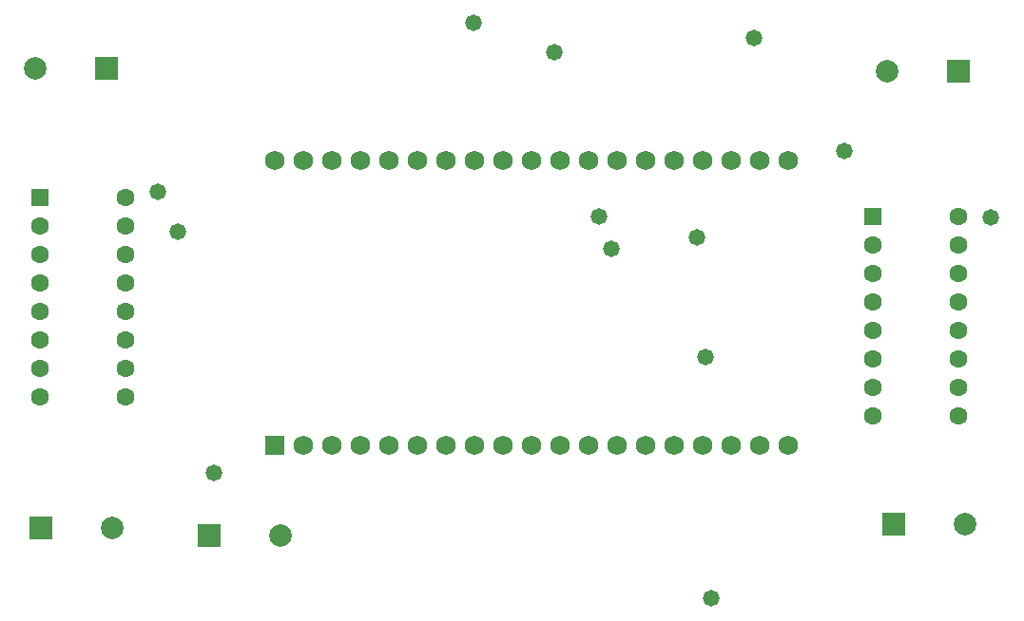
<source format=gbs>
G04*
G04 #@! TF.GenerationSoftware,Altium Limited,Altium Designer,23.9.2 (47)*
G04*
G04 Layer_Color=16711935*
%FSLAX44Y44*%
%MOMM*%
G71*
G04*
G04 #@! TF.SameCoordinates,B2DA11A5-FBF5-4D8A-B6B0-860E356D3A20*
G04*
G04*
G04 #@! TF.FilePolarity,Negative*
G04*
G01*
G75*
%ADD40R,1.7332X1.7332*%
%ADD41C,1.7332*%
%ADD42R,2.0032X2.0032*%
%ADD43C,2.0032*%
%ADD44C,1.6032*%
%ADD45R,1.6032X1.6032*%
%ADD46C,1.4732*%
D40*
X424180Y320040D02*
D03*
D41*
X449580D02*
D03*
X474980D02*
D03*
X500380D02*
D03*
X525780D02*
D03*
X551180D02*
D03*
X576580D02*
D03*
X601980D02*
D03*
X627380D02*
D03*
X652780D02*
D03*
X678180D02*
D03*
X703580D02*
D03*
X728980D02*
D03*
X754380D02*
D03*
X779780D02*
D03*
X805180D02*
D03*
X830580D02*
D03*
X855980D02*
D03*
X881380D02*
D03*
Y574040D02*
D03*
X855980D02*
D03*
X830580D02*
D03*
X805180D02*
D03*
X779780D02*
D03*
X754380D02*
D03*
X728980D02*
D03*
X703580D02*
D03*
X678180D02*
D03*
X652780D02*
D03*
X627380D02*
D03*
X601980D02*
D03*
X576580D02*
D03*
X551180D02*
D03*
X525780D02*
D03*
X500380D02*
D03*
X474980D02*
D03*
X449580D02*
D03*
X424180D02*
D03*
D42*
X215900Y246380D02*
D03*
X1032510Y654050D02*
D03*
X274320Y656590D02*
D03*
X975360Y250190D02*
D03*
X365760Y240030D02*
D03*
D43*
X279400Y246380D02*
D03*
X969010Y654050D02*
D03*
X210820Y656590D02*
D03*
X1038860Y250190D02*
D03*
X429260Y240030D02*
D03*
D44*
X1032510Y397510D02*
D03*
Y422910D02*
D03*
Y372110D02*
D03*
Y346710D02*
D03*
Y448310D02*
D03*
X956310Y422910D02*
D03*
Y397510D02*
D03*
Y448310D02*
D03*
Y499110D02*
D03*
Y473710D02*
D03*
X1032510Y499110D02*
D03*
Y473710D02*
D03*
Y524510D02*
D03*
X956310Y372110D02*
D03*
Y346710D02*
D03*
X214630Y363220D02*
D03*
Y388620D02*
D03*
X290830Y541020D02*
D03*
Y490220D02*
D03*
Y515620D02*
D03*
X214630Y490220D02*
D03*
Y515620D02*
D03*
Y464820D02*
D03*
Y414020D02*
D03*
Y439420D02*
D03*
X290830Y464820D02*
D03*
Y363220D02*
D03*
Y388620D02*
D03*
Y439420D02*
D03*
Y414020D02*
D03*
D45*
X956310Y524510D02*
D03*
X214630Y541020D02*
D03*
D46*
X673100Y671020D02*
D03*
X807720Y398780D02*
D03*
X320040Y546100D02*
D03*
X369570Y295910D02*
D03*
X723900Y495300D02*
D03*
X800100Y505460D02*
D03*
X712470Y524510D02*
D03*
X850900Y683260D02*
D03*
X930910Y582930D02*
D03*
X812800Y184150D02*
D03*
X337820Y510540D02*
D03*
X1061720Y523240D02*
D03*
X600710Y697230D02*
D03*
M02*

</source>
